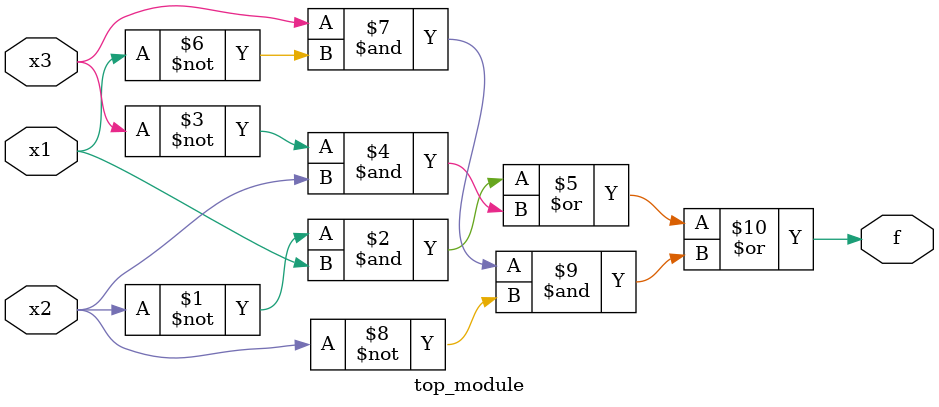
<source format=sv>
module top_module (
    input x3,
    input x2,
    input x1,
    output f
);

    // Update the expressions for f
    assign f = (~x2 & x1) | (~x3 & x2) | (x3 & ~x1 & ~x2);
    
endmodule

</source>
